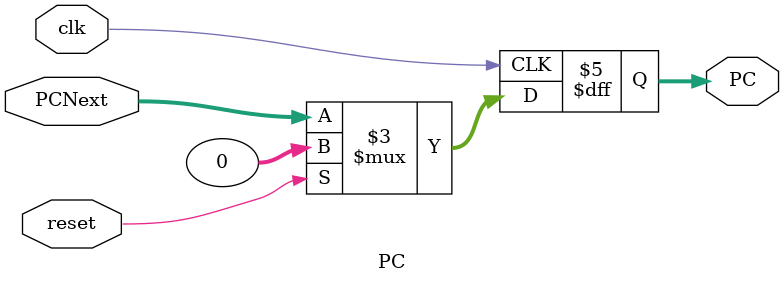
<source format=sv>
module PC(
	input logic [31:0] PCNext,
	input logic clk,
	input logic reset,

	output logic [31:0] PC
);


	//logic [31:0] PCwire;

	always_ff @(posedge clk) begin

		if(reset)
			PC <= 32'h00000000;
		else begin 

			PC <= PCNext;
		end

	end




	//assign PC = PCwire;

endmodule



</source>
